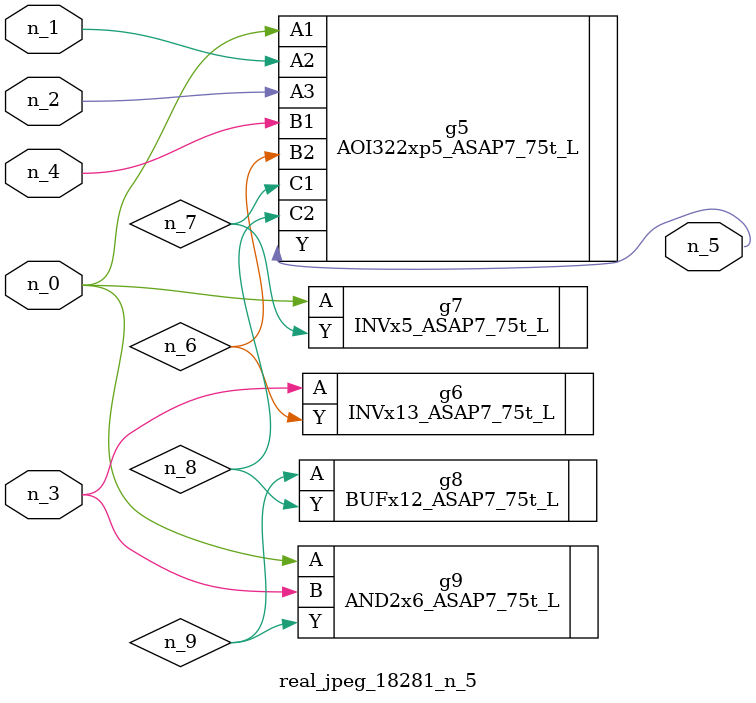
<source format=v>
module real_jpeg_18281_n_5 (n_4, n_0, n_1, n_2, n_3, n_5);

input n_4;
input n_0;
input n_1;
input n_2;
input n_3;

output n_5;

wire n_8;
wire n_6;
wire n_7;
wire n_9;

AOI322xp5_ASAP7_75t_L g5 ( 
.A1(n_0),
.A2(n_1),
.A3(n_2),
.B1(n_4),
.B2(n_6),
.C1(n_7),
.C2(n_8),
.Y(n_5)
);

INVx5_ASAP7_75t_L g7 ( 
.A(n_0),
.Y(n_7)
);

AND2x6_ASAP7_75t_L g9 ( 
.A(n_0),
.B(n_3),
.Y(n_9)
);

INVx13_ASAP7_75t_L g6 ( 
.A(n_3),
.Y(n_6)
);

BUFx12_ASAP7_75t_L g8 ( 
.A(n_9),
.Y(n_8)
);


endmodule
</source>
